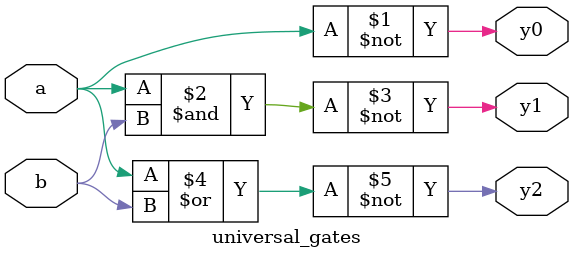
<source format=v>
`timescale 1ns / 1ps


module universal_gates(
    input a,
    input b,
    output y0,
    output y1,
    output y2
    );
    assign y0 = ~a;
    assign y1 = ~(a&b);
    assign y2 = ~(a|b);
endmodule

</source>
